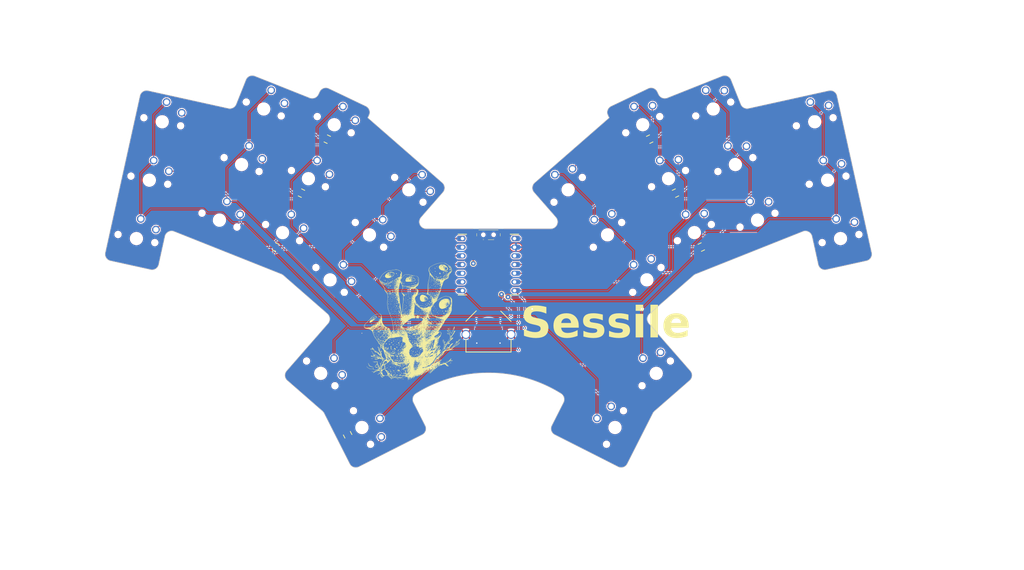
<source format=kicad_pcb>
(kicad_pcb (version 20240108) (generator "pcbnew") (generator_version "8.0")
  (title_block (title "sessile") (rev "0.1") (company "willpuckett"))
  (layers (0 "F.Cu" signal) (31 "B.Cu" signal) (34 "B.Paste" user) (35 "F.Paste" user) (36 "B.SilkS" user "B.Silkscreen") (37 "F.SilkS" user "F.Silkscreen") (38 "B.Mask" user) (39 "F.Mask" user) (44 "Edge.Cuts" user))
  (net 0 "")
  (net 1 "P0")
  (net 2 "P1")
  (net 3 "P2")
  (net 4 "P3")
  (net 5 "P4")
  (net 6 "P5")
  (net 7 "P6")
  (net 8 "VCC5")
  (net 9 "GND")
  (net 10 "VCC3")
  (net 11 "P10")
  (net 12 "P9")
  (net 13 "P8")
  (net 14 "P7")
  (net 15 "pinky_bottom")
  (net 16 "pinky_home")
  (net 17 "pinky_top")
  (net 18 "ring_bottom")
  (net 19 "NFC1")
  (net 20 "ring_home")
  (net 21 "ring_top")
  (net 22 "middle_bottom")
  (net 23 "NFC0")
  (net 24 "middle_home")
  (net 25 "middle_top")
  (net 26 "index_bottom")
  (net 27 "index_home")
  (net 28 "index_top")
  (net 29 "mirror_pinky_bottom")
  (net 30 "mirror_pinky_home")
  (net 31 "mirror_pinky_top")
  (net 32 "mirror_ring_bottom")
  (net 33 "mirror_ring_home")
  (net 34 "mirror_ring_top")
  (net 35 "mirror_middle_bottom")
  (net 36 "mirror_middle_home")
  (net 37 "mirror_middle_top")
  (net 38 "mirror_index_bottom")
  (net 39 "mirror_index_home")
  (net 40 "mirror_index_top")
  (net 41 "tucky_default")
  (net 42 "reachy_default")
  (net 43 "mirror_tucky_default")
  (net 44 "mirror_reachy_default")
  (net 45 "VBAT")
  (net 46 "RAW")
  (footprint "easyeda2kicad:mill-max-3305-0-15-01-47-XX-10-0" (layer "F.Cu") (at 198.426039 100.500293 41.131)
    (property "Reference" "J27" (hide yes))
    (property "Value" "mill-max-3305-0-15-01-47-XX-10-0")
  )
  (footprint "easyeda2kicad:mill-max-3305-0-15-01-47-XX-10-0" (layer "F.Cu") (at 254.442631 92.176577 21.711)
    (property "Reference" "J48" (hide yes))
    (property "Value" "mill-max-3305-0-15-01-47-XX-10-0")
  )
  (footprint "easyeda2kicad:SOT-353_L2.1-W1.3-P0.65-LS2.3-BL" (layer "F.Cu") (at 233.695724 105.914676 -64.449)
    (property "Reference" "D7" (hide yes))
    (property "Value" "UMP1NTR" (hide yes))
  )
  (footprint "sessile:PG1350_KLP_LAME" (layer "F.Cu") (at 224.120545 85.885797 25.551)
    (property "Reference" "S21" (hide yes))
    (property "Value" "" (hide yes))
  )
  (footprint "easyeda2kicad:mill-max-3305-0-15-01-47-XX-10-0" (layer "F.Cu") (at 102.543898 108.333751 -21.711)
    (property "Reference" "J7" (hide yes))
    (property "Value" "mill-max-3305-0-15-01-47-XX-10-0")
  )
  (footprint "easyeda2kicad:mill-max-3305-0-15-01-47-XX-10-0" (layer "F.Cu") (at 81.789317 116.575931 -12.451)
    (property "Reference" "J32" (hide yes))
    (property "Value" "mill-max-3305-0-15-01-47-XX-10-0")
  )
  (footprint "easyeda2kicad:mill-max-3305-0-15-01-47-XX-10-0" (layer "F.Cu") (at 77.359683 113.447298 -12.451)
    (property "Reference" "J4" (hide yes))
    (property "Value" "mill-max-3305-0-15-01-47-XX-10-0")
  )
  (footprint "sessile:PG1350_KLP_LAME" (layer "F.Cu") (at 216.00868 174.496412 63.131)
    (property "Reference" "S28" (hide yes))
    (property "Value" "" (hide yes))
  )
  (footprint "easyeda2kicad:SOT-353_L2.1-W1.3-P0.65-LS2.3-BL" (layer "F.Cu") (at 116.794344 121.703206 64.449)
    (property "Reference" "D3" (hide yes))
    (property "Value" "UMP1NTR" (hide yes))
  )
  (footprint "sessile:PG1350_KLP_LAME" (layer "F.Cu") (at 202.306958 104.944218 41.131)
    (property "Reference" "S24" (hide yes))
    (property "Value" "" (hide yes))
  )
  (footprint "sessile:PG1350_KLP_LAME" (layer "F.Cu") (at 113.30872 81.29806 -21.711)
    (property "Reference" "S6" (hide yes))
    (property "Value" "" (hide yes))
  )
  (footprint "easyeda2kicad:SOT-353_L2.1-W1.3-P0.65-LS2.3-BL" (layer "F.Cu") (at 241.243724 121.703206 -64.449)
    (property "Reference" "D6" (hide yes))
    (property "Value" "UMP1NTR" (hide yes))
  )
  (footprint "sessile:PG1350_KLP_LAME" (layer "F.Cu") (at 144.21991 118.125351 -41.131)
    (property "Reference" "S11" (hide yes))
    (property "Value" "" (hide yes))
  )
  (footprint "easyeda2kicad:mill-max-3305-0-15-01-47-XX-10-0" (layer "F.Cu") (at 115.491278 75.816596 -21.711)
    (property "Reference" "J9" (hide yes))
    (property "Value" "mill-max-3305-0-15-01-47-XX-10-0")
  )
  (footprint "sessile:PG1350_KLP_LAME" (layer "F.Cu") (at 142.029388 174.496412 -63.131)
    (property "Reference" "S26" (hide yes))
    (property "Value" "" (hide yes))
  )
  (footprint "easyeda2kicad:mill-max-3305-0-15-01-47-XX-10-0" (layer "F.Cu") (at 136.462278 80.562807 -25.551)
    (property "Reference" "J12" (hide yes))
    (property "Value" "mill-max-3305-0-15-01-47-XX-10-0")
  )
  (footprint "sessile:PG1350_KLP_LAME" (layer "F.Cu") (at 118.821522 117.462858 -25.551)
    (property "Reference" "S7" (hide yes))
    (property "Value" "" (hide yes))
  )
  (footprint "sessile:PG1350_KLP_LAME" (layer "F.Cu") (at 132.70871 131.306484 -41.131)
    (property "Reference" "S10" (hide yes))
    (property "Value" "" (hide yes))
  )
  (footprint "sessile:PG1350_KLP_LAME" (layer "F.Cu") (at 106.83503 97.556637 -21.711)
    (property "Reference" "S5" (hide yes))
    (property "Value" "" (hide yes))
  )
  (footprint "easyeda2kicad:SOT-353_L2.1-W1.3-P0.65-LS2.3-BL" (layer "F.Cu") (at 137.83679 176.620587 -153.131)
    (property "Reference" "D9" (hide yes))
    (property "Value" "UMP1NTR" (hide yes))
  )
  (footprint "sessile:PG1350_KLP_LAME" (layer "F.Cu") (at 76.087616 119.208535 -12.451)
    (property "Reference" "S1" (hide yes))
    (property "Value" "" (hide yes))
  )
  (footprint "easyeda2kicad:mill-max-3305-0-15-01-47-XX-10-0" (layer "F.Cu") (at 121.366276 112.139867 -25.551)
    (property "Reference" "J10" (hide yes))
    (property "Value" "mill-max-3305-0-15-01-47-XX-10-0")
  )
  (footprint "sessile:PG1350_KLP_LAME" (layer "F.Cu") (at 133.917523 85.885797 -25.551)
    (property "Reference" "S9" (hide yes))
    (property "Value" "" (hide yes))
  )
  (footprint "easyeda2kicad:CONN-TH_MY-LR44-03-J" (layer "F.Cu") (at 179.019034 146.819218 180)
    (property "Reference" "BAT1" (hide yes))
    (property "Value" "CONN-TH_MY-LR44-03-J")
  )
  (footprint "easyeda2kicad:mill-max-3305-0-15-01-47-XX-10-0" (layer "F.Cu") (at 89.335478 82.399105 -12.451)
    (property "Reference" "J34" (hide yes))
    (property "Value" "mill-max-3305-0-15-01-47-XX-10-0")
  )
  (footprint "easyeda2kicad:mill-max-3305-0-15-01-47-XX-10-0" (layer "F.Cu") (at 280.678386 113.447298 12.451)
    (property "Reference" "J16" (hide yes))
    (property "Value" "mill-max-3305-0-15-01-47-XX-10-0")
  )
  (footprint "easyeda2kicad:mill-max-3305-0-15-01-47-XX-10-0" (layer "F.Cu") (at 215.084621 111.974248 41.131)
    (property "Reference" "J54" (hide yes))
    (property "Value" "mill-max-3305-0-15-01-47-XX-10-0")
  )
  (footprint "easyeda2kicad:SOT-353_L2.1-W1.3-P0.65-LS2.3-BL" (layer "F.Cu") (at 226.147723 90.126146 -64.449)
    (property "Reference" "D8" (hide yes))
    (property "Value" "UMP1NTR" (hide yes))
  )
  (footprint "easyeda2kicad:0906-2-15-20-75-14-11-0" (layer "F.Cu") (at 174.574034 126.502218)
    (property "Reference" "J1" (hide yes))
    (property "Value" "0906-2-15-20-75-14-11-0")
  )
  (footprint "sessile:PG1350_KLP_LAME" (layer "F.Cu") (at 79.860696 102.120122 -12.451)
    (property "Reference" "S2" (hide yes))
    (property "Value" "" (hide yes))
  )
  (footprint "easyeda2kicad:mill-max-3305-0-15-01-47-XX-10-0" (layer "F.Cu") (at 214.878681 168.318783 63.131)
    (property "Reference" "J59" (hide yes))
    (property "Value" "mill-max-3305-0-15-01-47-XX-10-0")
  )
  (footprint "easyeda2kicad:mill-max-3305-0-15-01-47-XX-10-0" (layer "F.Cu") (at 221.575791 80.562807 25.551)
    (property "Reference" "J24" (hide yes))
    (property "Value" "mill-max-3305-0-15-01-47-XX-10-0")
  )
  (footprint "easyeda2kicad:mill-max-3305-0-15-01-47-XX-10-0" (layer "F.Cu") (at 133.85389 154.212891 -41.131)
    (property "Reference" "J28" (hide yes))
    (property "Value" "mill-max-3305-0-15-01-47-XX-10-0")
  )
  (footprint "xiao-ble" (layer "F.Cu") (at 179.019034 126.819218)
    (property "Reference" "MCU1" (hide yes))
    (property "Value" "" (hide yes))
  )
  (footprint "easyeda2kicad:mill-max-3305-0-15-01-47-XX-10-0" (layer "F.Cu") (at 278.467398 80.243059 12.451)
    (property "Reference" "J46" (hide yes))
    (property "Value" "mill-max-3305-0-15-01-47-XX-10-0")
  )
  (footprint "easyeda2kicad:mill-max-3305-0-15-01-47-XX-10-0" (layer "F.Cu") (at 234.54056 96.089389 25.551)
    (property "Reference" "J51" (hide yes))
    (property "Value" "mill-max-3305-0-15-01-47-XX-10-0")
  )
  (footprint "easyeda2kicad:mill-max-3305-0-15-01-47-XX-10-0" (layer "F.Cu") (at 138.974323 131.733209 -41.131)
    (property "Reference" "J41" (hide yes))
    (property "Value" "mill-max-3305-0-15-01-47-XX-10-0")
  )
  (footprint "easyeda2kicad:mill-max-3305-0-15-01-47-XX-10-0" (layer "F.Cu") (at 106.412363 112.134406 -21.711)
    (property "Reference" "J35" (hide yes))
    (property "Value" "mill-max-3305-0-15-01-47-XX-10-0")
  )
  (footprint "sessile:PG1350_KLP_LAME" (layer "F.Cu") (at 278.177372 102.120122 12.451)
    (property "Reference" "S14" (hide yes))
    (property "Value" "" (hide yes))
  )
  (footprint "easyeda2kicad:mill-max-3305-0-15-01-47-XX-10-0" (layer "F.Cu") (at 124.971525 116.191063 -25.551)
    (property "Reference" "J38" (hide yes))
    (property "Value" "mill-max-3305-0-15-01-47-XX-10-0")
  )
  (footprint "easyeda2kicad:mill-max-3305-0-15-01-47-XX-10-0" (layer "F.Cu") (at 140.067526 84.614003 -25.551)
    (property "Reference" "J40" (hide yes))
    (property "Value" "mill-max-3305-0-15-01-47-XX-10-0")
  )
  (footprint "easyeda2kicad:mill-max-3305-0-15-01-47-XX-10-0" (layer "F.Cu") (at 203.573421 98.793115 41.131)
    (property "Reference" "J55" (hide yes))
    (property "Value" "mill-max-3305-0-15-01-47-XX-10-0")
  )
  (footprint "easyeda2kicad:mill-max-3305-0-15-01-47-XX-10-0" (layer "F.Cu") (at 148.100829 113.681426 -41.131)
    (property "Reference" "J14" (hide yes))
    (property "Value" "mill-max-3305-0-15-01-47-XX-10-0")
  )
  (footprint "easyeda2kicad:SOT-353_L2.1-W1.3-P0.65-LS2.3-BL" (layer "F.Cu") (at 131.890346 90.126146 64.449)
    (property "Reference" "D5" (hide yes))
    (property "Value" "UMP1NTR" (hide yes))
  )
  (footprint "easyeda2kicad:mill-max-3305-0-15-01-47-XX-10-0" (layer "F.Cu") (at 150.485523 118.552076 -41.131)
    (property "Reference" "J42" (hide yes))
    (property "Value" "mill-max-3305-0-15-01-47-XX-10-0")
  )
  (footprint "sessile:PG1350_KLP_LAME" (layer "F.Cu") (at 281.950453 119.208535 12.451)
    (property "Reference" "S13" (hide yes))
    (property "Value" "" (hide yes))
  )
  (footprint "easyeda2kicad:mill-max-3305-0-15-01-47-XX-10-0" (layer "F.Cu") (at 282.240479 97.331472 12.451)
    (property "Reference" "J45" (hide yes))
    (property "Value" "mill-max-3305-0-15-01-47-XX-10-0")
  )
  (footprint "easyeda2kicad:mill-max-3305-0-15-01-47-XX-10-0" (layer "F.Cu") (at 276.905305 96.358885 12.451)
    (property "Reference" "J17" (hide yes))
    (property "Value" "mill-max-3305-0-15-01-47-XX-10-0")
  )
  (footprint "easyeda2kicad:mill-max-3305-0-15-01-47-XX-10-0" (layer "F.Cu") (at 159.612029 100.500293 -41.131)
    (property "Reference" "J15" (hide yes))
    (property "Value" "mill-max-3305-0-15-01-47-XX-10-0")
  )
  (footprint "easyeda2kicad:mill-max-3305-0-15-01-47-XX-10-0" (layer "F.Cu") (at 260.916321 108.435155 21.711)
    (property "Reference" "J47" (hide yes))
    (property "Value" "mill-max-3305-0-15-01-47-XX-10-0")
  )
  (footprint "easyeda2kicad:mill-max-3305-0-15-01-47-XX-10-0" (layer "F.Cu") (at 229.33156 152.505712 41.131)
    (property "Reference" "J58" (hide yes))
    (property "Value" "mill-max-3305-0-15-01-47-XX-10-0")
  )
  (footprint "sessile:PG1350_KLP_LAME" (layer "F.Cu") (at 274.404292 85.031708 12.451)
    (property "Reference" "S15" (hide yes))
    (property "Value" "" (hide yes))
  )
  (footprint "sessile:PG1350_KLP_LAME" (layer "F.Cu") (at 244.729349 81.29806 21.711)
    (property "Reference" "S18" (hide yes))
    (property "Value" "" (hide yes))
  )
  (footprint "easyeda2kicad:mill-max-3305-0-15-01-47-XX-10-0" (layer "F.Cu") (at 286.013559 114.419885 12.451)
    (property "Reference" "J44" (hide yes))
    (property "Value" "mill-max-3305-0-15-01-47-XX-10-0")
  )
  (footprint "easyeda2kicad:mill-max-3305-0-15-01-47-XX-10-0" (layer "F.Cu") (at 136.238584 159.083541 -41.131)
    (property "Reference" "J56" (hide yes))
    (property "Value" "mill-max-3305-0-15-01-47-XX-10-0")
  )
  (footprint "power_switch" (layer "F.Cu") (at 179.019034 118.119218 90)
    (property "Reference" "SW1" (hide yes))
    (property "Value" "")
  )
  (footprint "easyeda2kicad:mill-max-3305-0-15-01-47-XX-10-0" (layer "F.Cu") (at 249.02048 92.075174 21.711)
    (property "Reference" "J20" (hide yes))
    (property "Value" "mill-max-3305-0-15-01-47-XX-10-0")
  )
  (footprint "easyeda2kicad:mill-max-3305-0-15-01-47-XX-10-0" (layer "F.Cu") (at 229.123791 96.351337 25.551)
    (property "Reference" "J23" (hide yes))
    (property "Value" "mill-max-3305-0-15-01-47-XX-10-0")
  )
  (footprint "sessile:PG1350_KLP_LAME" (layer "F.Cu") (at 225.329358 131.306484 41.131)
    (property "Reference" "S22" (hide yes))
    (property "Value" "" (hide yes))
  )
  (footprint "easyeda2kicad:mill-max-3305-0-15-01-47-XX-10-0" (layer "F.Cu") (at 224.184178 154.212891 41.131)
    (property "Reference" "J30" (hide yes))
    (property "Value" "mill-max-3305-0-15-01-47-XX-10-0")
  )
  (footprint "sessile:PG1350_KLP_LAME" (layer "F.Cu") (at 251.203039 97.556637 21.711)
    (property "Reference" "S17" (hide yes))
    (property "Value" "" (hide yes))
  )
  (footprint "easyeda2kicad:mill-max-3305-0-15-01-47-XX-10-0" (layer "F.Cu") (at 255.49417 108.333751 21.711)
    (property "Reference" "J19" (hide yes))
    (property "Value" "mill-max-3305-0-15-01-47-XX-10-0")
  )
  (footprint "sessile:PG1350_KLP_LAME" (layer "F.Cu") (at 155.73111 104.944218 -41.131)
    (property "Reference" "S12" (hide yes))
    (property "Value" "" (hide yes))
  )
  (footprint "easyeda2kicad:mill-max-3305-0-15-01-47-XX-10-0" (layer "F.Cu") (at 119.359743 79.617251 -21.711)
    (property "Reference" "J37" (hide yes))
    (property "Value" "mill-max-3305-0-15-01-47-XX-10-0")
  )
  (footprint "easyeda2kicad:mill-max-3305-0-15-01-47-XX-10-0" (layer "F.Cu") (at 147.292437 171.829894 -63.131)
    (property "Reference" "J29" (hide yes))
    (property "Value" "mill-max-3305-0-15-01-47-XX-10-0")
  )
  (footprint "easyeda2kicad:mill-max-3305-0-15-01-47-XX-10-0" (layer "F.Cu") (at 242.088561 111.877919 25.551)
    (property "Reference" "J50" (hide yes))
    (property "Value" "mill-max-3305-0-15-01-47-XX-10-0")
  )
  (footprint "easyeda2kicad:mill-max-3305-0-15-01-47-XX-10-0" (layer "F.Cu") (at 236.671792 112.139867 25.551)
    (property "Reference" "J22" (hide yes))
    (property "Value" "mill-max-3305-0-15-01-47-XX-10-0")
  )
  (footprint "easyeda2kicad:mill-max-3305-0-15-01-47-XX-10-0" (layer "F.Cu") (at 147.678909 177.239205 -63.131)
    (property "Reference" "J57" (hide yes))
    (property "Value" "mill-max-3305-0-15-01-47-XX-10-0")
  )
  (footprint "LOGO" (layer "F.Cu") (at 156.4 142.6)
    (property "Reference" "G***")
    (property "Value" "LOGO" (hide yes))
  )
  (footprint "easyeda2kicad:mill-max-3305-0-15-01-47-XX-10-0" (layer "F.Cu") (at 209.937239 113.681426 41.131)
    (property "Reference" "J26" (hide yes))
    (property "Value" "mill-max-3305-0-15-01-47-XX-10-0")
  )
  (footprint "sessile:PG1350_KLP_LAME" (layer "F.Cu") (at 257.676728 113.815214 21.711)
    (property "Reference" "S16" (hide yes))
    (property "Value" "" (hide yes))
  )
  (footprint "easyeda2kicad:mill-max-3305-0-15-01-47-XX-10-0" (layer "F.Cu") (at 273.132225 79.270472 12.451)
    (property "Reference" "J18" (hide yes))
    (property "Value" "mill-max-3305-0-15-01-47-XX-10-0")
  )
  (footprint "easyeda2kicad:mill-max-3305-0-15-01-47-XX-10-0" (layer "F.Cu") (at 109.017588 92.075174 -21.711)
    (property "Reference" "J8" (hide yes))
    (property "Value" "mill-max-3305-0-15-01-47-XX-10-0")
  )
  (footprint "easyeda2kicad:mill-max-3305-0-15-01-47-XX-10-0" (layer "F.Cu") (at 136.589629 126.862559 -41.131)
    (property "Reference" "J13" (hide yes))
    (property "Value" "mill-max-3305-0-15-01-47-XX-10-0")
  )
  (footprint "sessile:PG1350_KLP_LAME" (layer "F.Cu") (at 100.36134 113.815214 -21.711)
    (property "Reference" "S4" (hide yes))
    (property "Value" "" (hide yes))
  )
  (footprint "sessile:PG1350_KLP_LAME" (layer "F.Cu") (at 239.216547 117.462858 25.551)
    (property "Reference" "S19" (hide yes))
    (property "Value" "" (hide yes))
  )
  (footprint "easyeda2kicad:mill-max-3305-0-15-01-47-XX-10-0" (layer "F.Cu") (at 84.905844 79.270472 -12.451)
    (property "Reference" "J6" (hide yes))
    (property "Value" "mill-max-3305-0-15-01-47-XX-10-0")
  )
  (footprint "easyeda2kicad:mill-max-3305-0-15-01-47-XX-10-0" (layer "F.Cu") (at 85.562397 99.487518 -12.451)
    (property "Reference" "J33" (hide yes))
    (property "Value" "mill-max-3305-0-15-01-47-XX-10-0")
  )
  (footprint "easyeda2kicad:mill-max-3305-0-15-01-47-XX-10-0" (layer "F.Cu") (at 112.886053 95.875829 -21.711)
    (property "Reference" "J36" (hide yes))
    (property "Value" "mill-max-3305-0-15-01-47-XX-10-0")
  )
  (footprint "easyeda2kicad:mill-max-3305-0-15-01-47-XX-10-0" (layer "F.Cu") (at 132.519525 100.402533 -25.551)
    (property "Reference" "J39" (hide yes))
    (property "Value" "mill-max-3305-0-15-01-47-XX-10-0")
  )
  (footprint "easyeda2kicad:mill-max-3305-0-15-01-47-XX-10-0" (layer "F.Cu") (at 128.914277 96.351337 -25.551)
    (property "Reference" "J11" (hide yes))
    (property "Value" "mill-max-3305-0-15-01-47-XX-10-0")
  )
  (footprint "easyeda2kicad:mill-max-3305-0-15-01-47-XX-10-0" (layer "F.Cu") (at 226.595821 125.155381 41.131)
    (property "Reference" "J53" (hide yes))
    (property "Value" "mill-max-3305-0-15-01-47-XX-10-0")
  )
  (footprint "sessile:PG1350_KLP_LAME" (layer "F.Cu") (at 213.818158 118.125351 41.131)
    (property "Reference" "S23" (hide yes))
    (property "Value" "" (hide yes))
  )
  (footprint "easyeda2kicad:mill-max-3305-0-15-01-47-XX-10-0" (layer "F.Cu") (at 226.992559 80.300859 25.551)
    (property "Reference" "J52" (hide yes))
    (property "Value" "mill-max-3305-0-15-01-47-XX-10-0")
  )
  (footprint "sessile:PG1350_KLP_LAME" (layer "F.Cu") (at 228.065097 158.656816 41.131)
    (property "Reference" "S27" (hide yes))
    (property "Value" "" (hide yes))
  )
  (footprint "easyeda2kicad:HDR-TH_7P-P2.54-V-F_MF254V-11-07-0743" (layer "F.Cu") (at 186.639034 126.819218 -90)
    (property "Reference" "J61" (hide yes))
    (property "Value" "HDR-TH_7P-P2.54-V-F_MF254V-11-07-0743")
  )
  (footprint "easyeda2kicad:mill-max-3305-0-15-01-47-XX-10-0" (layer "F.Cu") (at 210.745632 171.829894 63.131)
    (property "Reference" "J31" (hide yes))
    (property "Value" "mill-max-3305-0-15-01-47-XX-10-0")
  )
  (footprint "easyeda2kicad:mill-max-3305-0-15-01-47-XX-10-0" (layer "F.Cu") (at 81.132763 96.358885 -12.451)
    (property "Reference" "J5" (hide yes))
    (property "Value" "mill-max-3305-0-15-01-47-XX-10-0")
  )
  (footprint "sessile:PG1350_KLP_LAME" (layer "F.Cu") (at 231.668546 101.674328 25.551)
    (property "Reference" "S20" (hide yes))
    (property "Value" "" (hide yes))
  )
  (footprint "easyeda2kicad:0906-2-15-20-75-14-11-0" (layer "F.Cu") (at 184.734034 136.319218)
    (property "Reference" "J3" (hide yes))
    (property "Value" "0906-2-15-20-75-14-11-0")
  )
  (footprint "easyeda2kicad:mill-max-3305-0-15-01-47-XX-10-0" (layer "F.Cu") (at 247.968941 75.918 21.711)
    (property "Reference" "J49" (hide yes))
    (property "Value" "mill-max-3305-0-15-01-47-XX-10-0")
  )
  (footprint "easyeda2kicad:SOT-353_L2.1-W1.3-P0.65-LS2.3-BL" (layer "F.Cu") (at 124.342345 105.914676 64.449)
    (property "Reference" "D4" (hide yes))
    (property "Value" "UMP1NTR" (hide yes))
  )
  (footprint "easyeda2kicad:HDR-TH_7P-P2.54-V-F_MF254V-11-07-0743" (layer "F.Cu") (at 171.399034 126.819218 -90)
    (property "Reference" "J60" (hide yes))
    (property "Value" "HDR-TH_7P-P2.54-V-F_MF254V-11-07-0743")
  )
  (footprint "easyeda2kicad:mill-max-3305-0-15-01-47-XX-10-0" (layer "F.Cu") (at 221.448439 126.862559 41.131)
    (property "Reference" "J25" (hide yes))
    (property "Value" "mill-max-3305-0-15-01-47-XX-10-0")
  )
  (footprint "sessile:PG1350_KLP_LAME" (layer "F.Cu") (at 83.633777 85.031708 -12.451)
    (property "Reference" "S3" (hide yes))
    (property "Value" "" (hide yes))
  )
  (footprint "sessile:PG1350_KLP_LAME" (layer "F.Cu") (at 126.369522 101.674328 -25.551)
    (property "Reference" "S8" (hide yes))
    (property "Value" "" (hide yes))
  )
  (footprint "easyeda2kicad:mill-max-3305-0-15-01-47-XX-10-0" (layer "F.Cu") (at 161.996723 105.370943 -41.131)
    (property "Reference" "J43" (hide yes))
    (property "Value" "mill-max-3305-0-15-01-47-XX-10-0")
  )
  (footprint "easyeda2kicad:mill-max-3305-0-15-01-47-XX-10-0" (layer "F.Cu") (at 242.54679 75.816596 21.711)
    (property "Reference" "J21" (hide yes))
    (property "Value" "mill-max-3305-0-15-01-47-XX-10-0")
  )
  (footprint "easyeda2kicad:0906-2-15-20-75-14-11-0" (layer "F.Cu") (at 182.829034 135.519218)
    (property "Reference" "J2" (hide yes))
    (property "Value" "0906-2-15-20-75-14-11-0")
  )
  (footprint "sessile:PG1350_KLP_LAME" (layer "F.Cu") (at 129.972971 158.656816 -41.131)
    (property "Reference" "S25" (hide yes))
    (property "Value" "" (hide yes))
  )
  (gr_line (start 192.3346 105.687235) (end 198.724092 113.003652) (stroke (width 0.15)) (layer "Edge.Cuts"))
  (gr_line (start 82.605834 126.792256) (end 84.419603 118.577633) (stroke (width 0.15)) (layer "Edge.Cuts"))
  (gr_line (start 119.029697 129.981722) (end 131.912968 141.232797) (stroke (width 0.15)) (layer "Edge.Cuts"))
  (gr_line (start 280.92251 77.447987) (end 291.055926 123.342582) (stroke (width 0.15)) (layer "Edge.Cuts"))
  (gr_line (start 141.128863 185.99474) (end 159.638739 176.616733) (stroke (width 0.15)) (layer "Edge.Cuts"))
  (gr_arc (start 192.3346 105.687235) (mid 191.845573 104.236718) (end 192.525449 102.865254) (stroke (width 0.15)) (layer "Edge.Cuts"))
  (gr_line (start 87.112415 117.150719) (end 118.453981 129.630014) (stroke (width 0.15)) (layer "Edge.Cuts"))
  (gr_line (start 197.519149 173.928745) (end 200.940913 167.175027) (stroke (width 0.15)) (layer "Edge.Cuts"))
  (gr_line (start 143.755978 83.860403) (end 165.512619 102.865254) (stroke (width 0.15)) (layer "Edge.Cuts"))
  (gr_line (start 255.070748 81.107822) (end 278.53834 75.926235) (stroke (width 0.15)) (layer "Edge.Cuts"))
  (gr_line (start 142.019034 146.869968) (end 142.019034 146.938524) (stroke (width 0.15)) (layer "Edge.Cuts"))
  (gr_line (start 132.332227 75.290871) (end 143.158648 80.466643) (stroke (width 0.15)) (layer "Edge.Cuts"))
  (gr_line (start 219.597194 185.11456) (end 227.092398 170.320874) (stroke (width 0.15)) (layer "Edge.Cuts"))
  (gr_line (start 130.945671 170.320874) (end 138.440875 185.11456) (stroke (width 0.15)) (layer "Edge.Cuts"))
  (gr_line (start 79.499729 75.926235) (end 102.96732 81.107822) (stroke (width 0.15)) (layer "Edge.Cuts"))
  (gr_line (start 105.256653 79.894711) (end 108.095778 72.764289) (stroke (width 0.15)) (layer "Edge.Cuts"))
  (gr_line (start 216.019034 146.938524) (end 216.019034 146.869968) (stroke (width 0.15)) (layer "Edge.Cuts"))
  (gr_arc (start 247.344317 71.646015) (mid 248.874906 71.667094) (end 249.942291 72.764289) (stroke (width 0.15)) (layer "Edge.Cuts"))
  (gr_arc (start 200.216712 164.575055) (mid 201.083484 165.734469) (end 200.940913 167.175027) (stroke (width 0.15)) (layer "Edge.Cuts"))
  (gr_arc (start 165.512619 102.865253) (mid 166.192496 104.236718) (end 165.703469 105.687235) (stroke (width 0.15)) (layer "Edge.Cuts"))
  (gr_arc (start 239.008372 129.981722) (mid 239.281293 129.781418) (end 239.584087 129.630014) (stroke (width 0.15)) (layer "Edge.Cuts"))
  (gr_arc (start 130.477152 169.718363) (mid 130.740419 169.997062) (end 130.945671 170.320874) (stroke (width 0.15)) (layer "Edge.Cuts"))
  (gr_arc (start 227.092397 170.320874) (mid 227.297649 169.997062) (end 227.560916 169.718363) (stroke (width 0.15)) (layer "Edge.Cuts"))
  (gr_arc (start 105.256652 79.894711) (mid 104.334975 80.922082) (end 102.96732 81.107822) (stroke (width 0.15)) (layer "Edge.Cuts"))
  (gr_line (start 197.217676 116.319218) (end 160.820392 116.319218) (stroke (width 0.15)) (layer "Edge.Cuts"))
  (gr_line (start 192.525449 102.865254) (end 214.282981 83.867023) (stroke (width 0.15)) (layer "Edge.Cuts"))
  (gr_line (start 213.937645 83.133675) (end 214.282981 83.867023) (stroke (width 0.15)) (layer "Edge.Cuts"))
  (gr_line (start 198.39933 176.616733) (end 216.909205 185.99474) (stroke (width 0.15)) (layer "Edge.Cuts"))
  (gr_arc (start 120.191462 160.735779) (mid 119.511586 159.364315) (end 120.000613 157.913798) (stroke (width 0.15)) (layer "Edge.Cuts"))
  (gr_line (start 225.934251 144.054778) (end 238.037455 157.913798) (stroke (width 0.15)) (layer "Edge.Cuts"))
  (gr_line (start 66.982142 123.342582) (end 77.115558 77.447987) (stroke (width 0.15)) (layer "Edge.Cuts"))
  (gr_line (start 143.755978 83.860403) (end 144.100423 83.133675) (stroke (width 0.15)) (layer "Edge.Cuts"))
  (gr_line (start 120.191462 160.735779) (end 130.477152 169.718363) (stroke (width 0.15)) (layer "Edge.Cuts"))
  (gr_line (start 157.097156 167.175027) (end 160.518919 173.928745) (stroke (width 0.15)) (layer "Edge.Cuts"))
  (gr_arc (start 157.821356 164.575055) (mid 179.019034 158.496412) (end 200.216712 164.575055) (stroke (width 0.15)) (layer "Edge.Cuts"))
  (gr_line (start 227.560916 169.718363) (end 237.846606 160.735779) (stroke (width 0.15)) (layer "Edge.Cuts"))
  (gr_line (start 231.30216 78.033534) (end 247.344317 71.646016) (stroke (width 0.15)) (layer "Edge.Cuts"))
  (gr_line (start 120.000613 157.913798) (end 132.103818 144.054778) (stroke (width 0.15)) (layer "Edge.Cuts"))
  (gr_arc (start 160.820392 116.319218) (mid 158.999522 115.146523) (end 159.313977 113.003652) (stroke (width 0.15)) (layer "Edge.Cuts"))
  (gr_arc (start 270.925653 117.15072) (mid 272.601949 117.241622) (end 273.618465 118.577633) (stroke (width 0.15)) (layer "Edge.Cuts"))
  (gr_line (start 214.87942 80.466643) (end 225.705841 75.290871) (stroke (width 0.15)) (layer "Edge.Cuts"))
  (gr_line (start 68.503894 125.726753) (end 80.221663 128.314008) (stroke (width 0.15)) (layer "Edge.Cuts"))
  (gr_line (start 273.618465 118.577633) (end 275.432234 126.792256) (stroke (width 0.15)) (layer "Edge.Cuts"))
  (gr_line (start 277.816405 128.314008) (end 289.534174 125.726753) (stroke (width 0.15)) (layer "Edge.Cuts"))
  (gr_arc (start 160.518919 173.928745) (mid 160.63553 175.45503) (end 159.638739 176.616733) (stroke (width 0.15)) (layer "Edge.Cuts"))
  (gr_line (start 141.985068 146.908861) (end 142.019034 146.938524) (stroke (width 0.15)) (layer "Edge.Cuts"))
  (gr_arc (start 198.39933 176.616734) (mid 197.402539 175.455031) (end 197.519149 173.928745) (stroke (width 0.15)) (layer "Edge.Cuts"))
  (gr_arc (start 198.724091 113.003652) (mid 199.038546 115.146523) (end 197.217676 116.319218) (stroke (width 0.15)) (layer "Edge.Cuts"))
  (gr_line (start 228.372873 76.232646) (end 228.757906 77.038039) (stroke (width 0.15)) (layer "Edge.Cuts"))
  (gr_line (start 216.053 146.908861) (end 216.019034 146.869968) (stroke (width 0.15)) (layer "Edge.Cuts"))
  (gr_arc (start 68.503893 125.726753) (mid 67.24924 124.849832) (end 66.982142 123.342582) (stroke (width 0.15)) (layer "Edge.Cuts"))
  (gr_arc (start 131.912968 141.232798) (mid 132.592844 142.604262) (end 132.103818 144.054778) (stroke (width 0.15)) (layer "Edge.Cuts"))
  (gr_arc (start 143.158648 80.466644) (mid 144.181896 81.605112) (end 144.100423 83.133675) (stroke (width 0.15)) (layer "Edge.Cuts"))
  (gr_line (start 216.019034 146.938524) (end 216.053 146.908861) (stroke (width 0.15)) (layer "Edge.Cuts"))
  (gr_line (start 142.019034 146.869968) (end 141.985068 146.908861) (stroke (width 0.15)) (layer "Edge.Cuts"))
  (gr_line (start 239.584087 129.630014) (end 270.925654 117.150719) (stroke (width 0.15)) (layer "Edge.Cuts"))
  (gr_arc (start 129.665195 76.232647) (mid 130.803663 75.209399) (end 132.332227 75.290871) (stroke (width 0.15)) (layer "Edge.Cuts"))
  (gr_arc (start 219.597193 185.11456) (mid 218.43549 186.111351) (end 216.909205 185.99474) (stroke (width 0.15)) (layer "Edge.Cuts"))
  (gr_arc (start 157.097155 167.175027) (mid 156.954584 165.734469) (end 157.821356 164.575055) (stroke (width 0.15)) (layer "Edge.Cuts"))
  (gr_arc (start 129.280162 77.038039) (mid 128.204505 78.037916) (end 126.735909 78.033534) (stroke (width 0.15)) (layer "Edge.Cuts"))
  (gr_arc (start 277.816405 128.314009) (mid 276.309154 128.04691) (end 275.432234 126.792256) (stroke (width 0.15)) (layer "Edge.Cuts"))
  (gr_arc (start 141.128863 185.99474) (mid 139.602578 186.111351) (end 138.440875 185.11456) (stroke (width 0.15)) (layer "Edge.Cuts"))
  (gr_arc (start 255.070748 81.107822) (mid 253.703093 80.922081) (end 252.781416 79.894711) (stroke (width 0.15)) (layer "Edge.Cuts"))
  (gr_arc (start 238.037455 157.913798) (mid 238.526482 159.364315) (end 237.846606 160.735779) (stroke (width 0.15)) (layer "Edge.Cuts"))
  (gr_arc (start 278.53834 75.926235) (mid 280.04559 76.193333) (end 280.92251 77.447987) (stroke (width 0.15)) (layer "Edge.Cuts"))
  (gr_arc (start 108.095778 72.764289) (mid 109.163163 71.667095) (end 110.693751 71.646016) (stroke (width 0.15)) (layer "Edge.Cuts"))
  (gr_line (start 226.1251 141.232797) (end 239.008372 129.981722) (stroke (width 0.15)) (layer "Edge.Cuts"))
  (gr_arc (start 225.705841 75.290872) (mid 227.234405 75.209399) (end 228.372873 76.232646) (stroke (width 0.15)) (layer "Edge.Cuts"))
  (gr_line (start 110.693751 71.646016) (end 126.735909 78.033534) (stroke (width 0.15)) (layer "Edge.Cuts"))
  (gr_arc (start 231.30216 78.033535) (mid 229.833563 78.037918) (end 228.757906 77.038039) (stroke (width 0.15)) (layer "Edge.Cuts"))
  (gr_arc (start 291.055926 123.342583) (mid 290.788828 124.849833) (end 289.534174 125.726753) (stroke (width 0.15)) (layer "Edge.Cuts"))
  (gr_line (start 129.280162 77.038039) (end 129.665195 76.232646) (stroke (width 0.15)) (layer "Edge.Cuts"))
  (gr_arc (start 82.605834 126.792257) (mid 81.728913 128.04691) (end 80.221663 128.314008) (stroke (width 0.15)) (layer "Edge.Cuts"))
  (gr_arc (start 118.453981 129.630014) (mid 118.756776 129.781418) (end 119.029697 129.981722) (stroke (width 0.15)) (layer "Edge.Cuts"))
  (gr_arc (start 84.419602 118.577633) (mid 85.436118 117.241621) (end 87.112415 117.150719) (stroke (width 0.15)) (layer "Edge.Cuts"))
  (gr_arc (start 77.115559 77.447987) (mid 77.992479 76.193333) (end 79.499729 75.926235) (stroke (width 0.15)) (layer "Edge.Cuts"))
  (gr_line (start 159.313977 113.003652) (end 165.703468 105.687235) (stroke (width 0.15)) (layer "Edge.Cuts"))
  (gr_line (start 249.94229 72.764289) (end 252.781416 79.894711) (stroke (width 0.15)) (layer "Edge.Cuts"))
  (gr_arc (start 213.937645 83.133676) (mid 213.856172 81.605112) (end 214.87942 80.466643) (stroke (width 0.15)) (layer "Edge.Cuts"))
  (gr_arc (start 225.93425 144.054779) (mid 225.445223 142.604262) (end 226.1251 141.232797) (stroke (width 0.15)) (layer "Edge.Cuts"))
  (gr_text "Sessile" (at 188.4 144.4 0) (layer "F.SilkS") (effects (font (size 9 9) (thickness 0.3) (bold yes) (italic yes)) (justify left)))
  (segment (start 170.974034 119.199218) (end 161.552831 119.199218) (width 0.25) (layer "F.Cu") (net 1))
  (segment (start 132.97577 90.622157) (end 132.927878 90.622157) (width 0.25) (layer "F.Cu") (net 1))
  (segment (start 161.552831 119.199218) (end 132.97577 90.622157) (width 0.25) (layer "F.Cu") (net 1))
  (segment (start 139.534339 120.517257) (end 125.427769 106.410687) (width 0.25) (layer "F.Cu") (net 2))
  (segment (start 170.634816 121.4) (end 149.753079 121.4) (width 0.25) (layer "F.Cu") (net 2))
  (segment (start 170.974034 121.739218) (end 170.634816 121.4) (width 0.25) (layer "F.Cu") (net 2))
  (segment (start 148.870336 120.517257) (end 139.534339 120.517257) (width 0.25) (layer "F.Cu") (net 2))
  (segment (start 125.389313 106.410687) (end 125.4 106.4) (width 0.25) (layer "F.Cu") (net 2))
  (segment (start 149.753079 121.4) (end 148.870336 120.517257) (width 0.25) (layer "F.Cu") (net 2))
  (segment (start 125.379877 106.410687) (end 125.389313 106.410687) (width 0.25) (layer "F.Cu") (net 2))
  (segment (start 125.427769 106.410687) (end 125.379877 106.410687) (width 0.25) (layer "F.Cu") (net 2))
  (segment (start 171.399034 124.279218) (end 152.720782 124.279218) (width 0.25) (layer "F.Cu") (net 3))
  (segment (start 152.720782 124.279218) (end 140.84981 136.15019) (width 0.25) (layer "F.Cu") (net 3))
  (segment (start 140.84981 136.15019) (end 134.35019 136.15019) (width 0.25) (layer "F.Cu") (net 3))
  (segment (start 120.490752 122.290752) (end 117.875518 122.290752) (width 0.25) (layer "F.Cu") (net 3))
  (segment (start 134.35019 136.15019) (end 120.490752 122.290752) (width 0.25) (layer "F.Cu") (net 3))
  (segment (start 155.813604 134.024832) (end 163.019218 126.819218) (width 0.25) (layer "F.Cu") (net 4))
  (segment (start 155.813604 155.586396) (end 155.813604 134.024832) (width 0.25) (layer "F.Cu") (net 4))
  (segment (start 137.317045 175.594738) (end 137.317045 175.517045) (width 0.25) (layer "F.Cu") (net 4))
  (segment (start 136.9 175.1) (end 136.9 174.5) (width 0.25) (layer "F.Cu") (net 4))
  (segment (start 137.317045 175.517045) (end 136.9 175.1) (width 0.25) (layer "F.Cu") (net 4))
  (segment (start 136.9 174.5) (end 155.813604 155.586396) (width 0.25) (layer "F.Cu") (net 4))
  (segment (start 163.019218 126.819218) (end 171.399034 126.819218) (width 0.25) (layer "F.Cu") (net 4))
  (segment (start 191.8 139.8) (end 223.8 139.8) (width 0.25) (layer "F.Cu") (net 7))
  (via (at 191.8 139.8) (size 0.8) (drill 0.5) (layers "F.Cu" "B.Cu") (net 7))
  (via (at 223.8 139.8) (size 0.8) (drill 0.5) (layers "F.Cu" "B.Cu") (net 7))
  (segment (start 276.905305 83.043552) (end 276.905305 96.358885) (width 0.25) (layer "B.Cu") (net 7))
  (segment (start 280.678386 113.447299) (end 280.678386 113.447298) (width 0.25) (layer "B.Cu") (net 7))
  (segment (start 148.100829 109.6195) (end 148.100829 113.681426) (width 0.25) (layer "B.Cu") (net 7))
  (segment (start 238.6 125) (end 223.8 139.8) (width 0.25) (layer "B.Cu") (net 7))
  (segment (start 273.132225 79.270472) (end 276.905305 83.043552) (width 0.25) (layer "B.Cu") (net 7))
  (segment (start 261.046941 113.4) (end 257.371239 117.075702) (width 0.25) (layer "B.Cu") (net 7))
  (segment (start 176.8 139.8) (end 191.8 139.8) (width 0.25) (layer "B.Cu") (net 7))
  (segment (start 280.631087 113.4) (end 261.046941 113.4) (width 0.25) (layer "B.Cu") (net 7))
  (segment (start 242.924298 117.075702) (end 238.6 121.4) (width 0.25) (layer "B.Cu") (net 7))
  (segment (start 141.862559 126.862559) (end 149.439218 134.439218) (width 0.25) (layer "B.Cu") (net 7))
  (segment (start 159.612029 100.500293) (end 157.220036 100.500293) (width 0.25) (layer "B.Cu") (net 7))
  (segment (start 280.678386 100.131967) (end 280.678386 113.447298) (width 0.25) (layer "B.Cu") (net 7))
  (segment (start 148.100829 113.681426) (end 145.708836 113.681426) (width 0.25) (layer "B.Cu") (net 7))
  (segment (start 136.589629 122.800633) (end 136.589629 126.862559) (width 0.25) (layer "B.Cu") (net 7))
  (segment (start 276.905305 96.358886) (end 280.678386 100.131967) (width 0.25) (layer "B.Cu") (net 7))
  (segment (start 257.371239 117.075702) (end 242.924298 117.075702) (width 0.25) (layer "B.Cu") (net 7))
  (segment (start 176.759816 139.8) (end 176.8 139.8) (width 0.25) (layer "B.Cu") (net 7))
  (segment (start 157.220036 100.500293) (end 148.100829 109.6195) (width 0.25) (layer "B.Cu") (net 7))
  (segment (start 171.399034 134.439218) (end 176.759816 139.8) (width 0.25) (layer "B.Cu") (net 7))
  (segment (start 149.439218 134.439218) (end 171.399034 134.439218) (width 0.25) (layer "B.Cu") (net 7))
  (segment (start 136.589629 126.862559) (end 141.862559 126.862559) (width 0.25) (layer "B.Cu") (net 7))
  (segment (start 280.678386 113.447299) (end 280.631087 113.4) (width 0.25) (layer "B.Cu") (net 7))
  (segment (start 238.6 121.4) (end 238.6 125) (width 0.25) (layer "B.Cu") (net 7))
  (segment (start 145.708836 113.681426) (end 136.589629 122.800633) (width 0.25) (layer "B.Cu") (net 7))
  (segment (start 223.8 153.828713) (end 224.184178 154.212891) (width 0.25) (layer "B.Cu") (net 7))
  (segment (start 223.8 139.8) (end 223.8 153.828713) (width 0.25) (layer "B.Cu") (net 7))
  (segment (start 179.019034 146.419034) (end 182.4 149.8) (width 0.5) (layer "F.Cu") (net 9))
  (segment (start 182.499126 142.899126) (end 179.019034 146.379218) (width 0.5) (layer "F.Cu") (net 9))
  (segment (start 175.6 149.8) (end 179.019034 146.380966) (width 0.5) (layer "F.Cu") (net 9))
  (segment (start 178.979218 146.379218) (end 179.019034 146.379218) (width 0.25) (layer "F.Cu") (net 9))
  (segment (start 179.019034 146.379218) (end 179.019034 146.419034) (width 0.25) (layer "F.Cu") (net 9))
  (segment (start 179.019034 146.380966) (end 179.019034 146.379218) (width 0.25) (layer "F.Cu") (net 9))
  (segment (start 175.5 142.9) (end 178.979218 146.379218) (width 0.5) (layer "F.Cu") (net 9))
  (via (at 182.499126 142.899126) (size 0.8) (drill 0.4) (layers "F.Cu" "B.Cu") (net 9))
  (via (at 175.5 142.9) (size 0.8) (drill 0.4) (layers "F.Cu" "B.Cu") (net 9))
  (via (at 175.6 149.8) (size 0.8) (drill 0.4) (layers "F.Cu" "B.Cu") (net 9))
  (via (at 182.4 149.8) (size 0.8) (drill 0.4) (layers "F.Cu" "B.Cu") (net 9))
  (segment (start 186.639034 126.819218) (end 192.780782 126.819218) (width 0.25) (layer "F.Cu") (net 11))
  (segment (start 221.886308 90.713692) (end 225.066549 90.713692) (width 0.25) (layer "F.Cu") (net 11))
  (segment (start 192.780782 126.819218) (end 220.6 99) (width 0.25) (layer "F.Cu") (net 11))
  (segment (start 220.6 92) (end 221.886308 90.713692) (width 0.25) (layer "F.Cu") (net 11))
  (segment (start 220.6 99) (end 220.6 92) (width 0.25) (layer "F.Cu") (net 11))
  (segment (start 209.440782 129.359218) (end 186.639034 129.359218) (width 0.25) (layer "F.Cu") (net 12))
  (segment (start 232.389313 106.410687) (end 209.440782 129.359218) (width 0.25) (layer "F.Cu") (net 12))
  (segment (start 232.658192 106.410687) (end 232.389313 106.410687) (width 0.25) (layer "F.Cu") (net 12))
  (segment (start 240.000783 122.199217) (end 232.983016 129.216984) (width 0.25) (layer "F.Cu") (net 13))
  (segment (start 232.983016 129.216984) (end 224.183016 129.216984) (width 0.25) (layer "F.Cu") (net 13))
  (segment (start 240.206192 122.199217) (end 240.000783 122.199217) (width 0.25) (layer "F.Cu") (net 13))
  (segment (start 221.500782 131.899218) (end 186.639034 131.899218) (width 0.25) (layer "F.Cu") (net 13))
  (segment (start 224.183016 129.216984) (end 221.500782 131.899218) (width 0.25) (layer "F.Cu") (net 13))
  (segment (start 189.6 137.400184) (end 186.639034 134.439218) (width 0.25) (layer "F.Cu") (net 14))
  (segment (start 189.6 145.4) (end 189.6 137.400184) (width 0.25) (layer "F.Cu") (net 14))
  (via (at 189.6 145.4) (size 0.8) (drill 0.4) (layers "F.Cu" "B.Cu") (net 14))
  (segment (start 84.905844 79.270472) (end 81.132763 83.043553) (width 0.25) (layer "B.Cu") (net 14))
  (segment (start 133.85389 148.94611) (end 138 144.8) (width 0.25) (layer "B.Cu") (net 14))
  (segment (start 96.930273 111.725714) (end 101.325714 111.725714) (width 0.25) (layer "B.Cu") (net 14))
  (segment (start 200.818032 100.500293) (end 209.937239 109.6195) (width 0.25) (layer "B.Cu") (net 14))
  (segment (start 198.426039 100.500293) (end 200.818032 100.500293) (width 0.25) (layer "B.Cu") (net 14))
  (segment (start 81.132763 83.043553) (end 81.132763 96.358886) (width 0.25) (layer "B.Cu") (net 14))
  (segment (start 221.448439 122.800633) (end 221.448439 126.862559) (width 0.25) (layer "B.Cu") (net 14))
  (segment (start 221.448439 126.862559) (end 213.87178 134.439218) (width 0.25) (layer "B.Cu") (net 14))
  (segment (start 189.6 145.4) (end 138.6 145.4) (width 0.25) (layer "B.Cu") (net 14))
  (segment (start 213.87178 134.439218) (end 186.639034 134.439218) (width 0.25) (layer "B.Cu") (net 14))
  (segment (start 138.6 145.4) (end 138 144.8) (width 0.25) (layer "B.Cu") (net 14))
  (segment (start 104.2 114.6) (end 107.8 114.6) (width 0.25) (layer "B.Cu") (net 14))
  (segment (start 77.359683 113.447298) (end 80.252255 110.554726) (width 0.25) (layer "B.Cu") (net 14))
  (segment (start 101.325714 111.725714) (end 104.2 114.6) (width 0.25) (layer "B.Cu") (net 14))
  (segment (start 81.132763 96.358886) (end 77.359683 100.131966) (width 0.25) (layer "B.Cu") (net 14))
  (segment (start 107.8 114.6) (end 138 144.8) (width 0.25) (layer "B.Cu") (net 14))
  (segment (start 95.759285 110.554726) (end 96.930273 111.725714) (width 0.25) (layer "B.Cu") (net 14))
  (segment (start 209.937239 109.6195) (end 209.937239 113.681426) (width 0.25) (layer "B.Cu") (net 14))
  (segment (start 77.359683 100.131966) (end 77.359683 113.447299) (width 0.25) (layer "B.Cu") (net 14))
  (segment (start 80.252255 110.554726) (end 95.759285 110.554726) (width 0.25) (layer "B.Cu") (net 14))
  (segment (start 134.4 153.666781) (end 133.85389 154.212891) (width 0.25) (layer "B.Cu") (net 14))
  (segment (start 209.937239 113.681426) (end 212.329232 113.681426) (width 0.25) (layer "B.Cu") (net 14))
  (segment (start 212.329232 113.681426) (end 221.448439 122.800633) (width 0.25) (layer "B.Cu") (net 14))
  (segment (start 133.85389 154.212891) (end 133.85389 148.94611) (width 0.25) (layer "B.Cu") (net 14))
  (segment (start 102.104714 115.904714) (end 99.495841 115.904714) (width 0.25) (layer "F.Cu") (net 15))
  (segment (start 116.937171 123.4) (end 109.6 123.4) (width 0.25) (layer "F.Cu") (net 15))
  (segment (start 99.495841 115.904714) (end 97.391127 113.8) (width 0.25) (layer "F.Cu") (net 15))
  (segment (start 117.551522 122.785649) (end 116.937171 123.4) (width 0.25) (layer "F.Cu") (net 15))
  (segment (start 109.6 123.4) (end 102.104714 115.904714) (width 0.25) (layer "F.Cu") (net 15))
  (segment (start 84.565248 113.8) (end 81.789317 116.575931) (width 0.25) (layer "F.Cu") (net 15))
  (segment (start 97.391127 113.8) (end 84.565248 113.8) (width 0.25) (layer "F.Cu") (net 15))
  (segment (start 125.099523 106.997119) (end 124.496642 107.6) (width 0.25) (layer "F.Cu") (net 16))
  (segment (start 103.869242 107.6) (end 95.75676 99.487518) (width 0.25) (layer "F.Cu") (net 16))
  (segment (start 124.496642 107.6) (end 103.869242 107.6) (width 0.25) (layer "F.Cu") (net 16))
  (segment (start 95.75676 99.487518) (end 85.562397 99.487518) (width 0.25) (layer "F.Cu") (net 16))
  (segment (start 132.056113 91.8) (end 110.801509 91.8) (width 0.25) (layer "F.Cu") (net 17))
  (segment (start 110.801509 91.8) (end 109.601509 90.6) (width 0.25) (layer "F.Cu") (net 17))
  (segment (start 132.647524 91.208589) (end 132.056113 91.8) (width 0.25) (layer "F.Cu") (net 17))
  (segment (start 109.601509 90.6) (end 97.536373 90.6) (width 0.25) (layer "F.Cu") (net 17))
  (segment (start 97.536373 90.6) (end 89.335478 82.399105) (width 0.25) (layer "F.Cu") (net 17))
  (segment (start 106.412363 114.412363) (end 106.412363 112.134406) (width 0.25) (layer "F.Cu") (net 18))
  (segment (start 115.476458 121.793626) (end 113.793626 121.793626) (width 0.25) (layer "F.Cu") (net 18))
  (segment (start 113.793626 121.793626) (end 106.412363 114.412363) (width 0.25) (layer "F.Cu") (net 18))
  (segment (start 187.8 139.385184) (end 184.734034 136.319218) (width 0.25) (layer "F.Cu") (net 19))
  (segment (start 187.8 143.8) (end 187.8 139.385184) (width 0.25) (layer "F.Cu") (net 19))
  (segment (start 187.8 143.8) (end 187.8 151.8) (width 0.25) (layer "F.Cu") (net 19))
  (via (at 187.8 143.8) (size 0.8) (drill 0.4) (layers "F.Cu" "B.Cu") (net 19))
  (via (at 187.8 151.8) (size 0.8) (drill 0.4) (layers "F.Cu" "B.Cu") (net 19))
  (segment (start 140.8351 143.8) (end 105.368851 108.333751) (width 0.25) (layer "B.Cu") (net 19))
  (segment (start 229.123791 96.351337) (end 230.723266 96.351337) (width 0.25) (layer "B.Cu") (net 19))
  (segment (start 229.123791 86.511332) (end 229.123791 96.351338) (width 0.25) (layer "B.Cu") (net 19))
  (segment (start 232 117.8) (end 232 127.895421) (width 0.25) (layer "B.Cu") (net 19))
  (segment (start 223.295421 136.6) (end 185.014816 136.6) (width 0.25) (layer "B.Cu") (net 19))
  (segment (start 187.6 151.6) (end 167.522331 151.6) (width 0.25) (layer "B.Cu") (net 19))
  (segment (start 115.491278 75.816597) (end 109.017588 82.290287) (width 0.25) (layer "B.Cu") (net 19))
  (segment (start 232 127.895421) (end 223.295421 136.6) (width 0.25) (layer "B.Cu") (net 19))
  (segment (start 236.671792 112.139868) (end 236.671792 113.128208) (width 0.25) (layer "B.Cu") (net 19))
  (segment (start 187.8 143.8) (end 140.8351 143.8) (width 0.25) (layer "B.Cu") (net 19))
  (segment (start 167.522331 151.6) (end 147.292437 171.829894) (width 0.25) (layer "B.Cu") (net 19))
  (segment (start 187.8 151.8) (end 187.6 151.6) (width 0.25) (layer "B.Cu") (net 19))
  (segment (start 236.671792 113.128208) (end 232 117.8) (width 0.25) (layer "B.Cu") (net 19))
  (segment (start 221.575791 80.562807) (end 223.175266 80.562807) (width 0.25) (layer "B.Cu") (net 19))
  (segment (start 105.368851 108.333751) (end 102.543898 108.333751) (width 0.25) (layer "B.Cu") (net 19))
  (segment (start 223.175266 80.562807) (end 229.123791 86.511332) (width 0.25) (layer "B.Cu") (net 19))
  (segment (start 236.671792 102.299863) (end 236.671792 112.139868) (width 0.25) (layer "B.Cu") (net 19))
  (segment (start 109.017588 82.290287) (end 109.017588 92.075174) (width 0.25) (layer "B.Cu") (net 19))
  (segment (start 230.723266 96.351337) (end 236.671792 102.299863) (width 0.25) (layer "B.Cu") (net 19))
  (segment (start 109.017588 92.075174) (end 102.543898 98.548864) (width 0.25) (layer "B.Cu") (net 19))
  (segment (start 102.543898 98.548864) (end 102.543898 108.333751) (width 0.25) (layer "B.Cu") (net 19))
  (segment (start 185.014816 136.6) (end 184.734034 136.319218) (width 0.25) (layer "B.Cu") (net 19))
  (segment (start 122.005096 106.005096) (end 112.886053 96.886053) (width 0.25) (layer "F.Cu") (net 20))
  (segment (start 123.024459 106.005096) (end 122.005096 106.005096) (width 0.25) (layer "F.Cu") (net 20))
  (segment (start 112.886053 96.886053) (end 112.886053 95.875829) (width 0.25) (layer "F.Cu") (net 20))
  (segment (start 130.57246 90.216566) (end 129.959057 90.216566) (width 0.25) (layer "F.Cu") (net 21))
  (segment (start 129.959057 90.216566) (end 119.359743 79.617252) (width 0.25) (layer "F.Cu") (net 21))
  (segment (start 116.037166 120.620763) (end 117.057929 119.6) (width 0.25) (layer "F.Cu") (net 22))
  (segment (start 117.057929 119.6) (end 121.562588 119.6) (width 0.25) (layer "F.Cu") (net 22))
  (segment (start 121.562588 119.6) (end 124.971525 116.191063) (width 0.25) (layer "F.Cu") (net 22))
  (segment (start 128.914277 96.351337) (end 128.914277 96.351338) (width 0.25) (layer "F.Cu") (net 23))
  (segment (start 185.6 140.4) (end 182.829034 137.629034) (width 0.25) (layer "F.Cu") (net 23))
  (segment (start 185.6 142) (end 185.6 140.4) (width 0.25) (layer "F.Cu") (net 23))
  (segment (start 182.829034 137.629034) (end 182.829034 135.519218) (width 0.25) (layer "F.Cu") (net 23))
  (via (at 185.6 142) (size 0.8) (drill 0.4) (layers "F.Cu" "B.Cu") (net 23))
  (segment (start 255.49417 108.333751) (end 242.866249 108.333751) (width 0.25) (layer "B.Cu") (net 23))
  (segment (start 192.4 142) (end 210.745632 160.345632) (width 0.25) (layer "B.Cu") (net 23))
  (segment (start 242.54679 75.816596) (end 249.020481 82.290287) (width 0.25) (layer "B.Cu") (net 23))
  (segment (start 185.6 142) (end 147.182019 142) (width 0.25) (layer "B.Cu") (net 23))
  (segment (start 182.829034 136.229034) (end 182.829034 135.519218) (width 0.25) (layer "B.Cu") (net 23))
  (segment (start 136.462278 80.562807) (end 135.025438 80.562807) (width 0.25) (layer "B.Cu") (net 23))
  (segment (start 137.518323 132.336304) (end 137.518323 131.718323) (width 0.25) (layer "B.Cu") (net 23))
  (segment (start 223.6 137.4) (end 184 137.4) (width 0.25) (layer "B.Cu") (net 23))
  (segment (start 249.020481 92.075174) (end 255.49417 98.548863) (width 0.25) (layer "B.Cu") (net 23))
  (segment (start 147.182019 142) (end 137.518323 132.336304) (width 0.25) (layer "B.Cu") (net 23))
  (segment (start 185.6 142) (end 192.4 142) (width 0.25) (layer "B.Cu") (net 23))
  (segment (start 232.8 128.2) (end 223.6 137.4) (width 0.25) (layer "B.Cu") (net 23))
  (segment (start 242.866249 108.333751) (end 232.8 118.4) (width 0.25) (layer "B.Cu") (net 23))
  (segment (start 137.518323 131.718323) (end 121.366277 115.566277) (width 0.25) (layer "B.Cu") (net 23))
  (segment (start 121.366276 102.462499) (end 121.366276 112.139867) (width 0.25) (layer "B.Cu") (net 23))
  (segment (start 184 137.4) (end 182.829034 136.229034) (width 0.25) (layer "B.Cu") (net 23))
  (segment (start 121.366277 115.566277) (end 121.366277 112.139868) (width 0.25) (layer "B.Cu") (net 23))
  (segment (start 128.914277 96.351338) (end 127.477437 96.351338) (width 0.25) (layer "B.Cu") (net 23))
  (segment (start 249.020481 82.290287) (end 249.020481 92.075174) (width 0.25) (layer "B.Cu") (net 23))
  (segment (start 210.745632 160.345632) (end 210.745632 171.829894) (width 0.25) (layer "B.Cu") (net 23))
  (segment (start 232.8 118.4) (end 232.8 128.2) (width 0.25) (layer "B.Cu") (net 23))
  (segment (start 127.477437 96.351338) (end 121.366276 102.462499) (width 0.25) (layer "B.Cu") (net 23))
  (segment (start 255.49417 98.548863) (end 255.49417 108.333751) (width 0.25) (layer "B.Cu") (net 23))
  (segment (start 128.914277 86.673968) (end 128.914277 96.351338) (width 0.25) (layer "B.Cu") (net 23))
  (segment (start 135.025438 80.562807) (end 128.914277 86.673968) (width 0.25) (layer "B.Cu") (net 23))
  (segment (start 124.6174 103.8) (end 129.122058 103.8) (width 0.25) (layer "F.Cu") (net 24))
  (segment (start 123.585167 104.832233) (end 124.6174 103.8) (width 0.25) (layer "F.Cu") (net 24))
  (segment (start 129.122058 103.8) (end 132.519525 100.402533) (width 0.25) (layer "F.Cu") (net 24))
  (segment (start 131.133168 89.043703) (end 131.776871 88.4) (width 0.25) (layer "F.Cu") (net 25))
  (segment (start 131.776871 88.4) (end 134.6 88.4) (width 0.25) (layer "F.Cu") (net 25))
  (segment (start 134.6 88.4) (end 138.385997 84.614003) (width 0.25) (layer "F.Cu") (net 25))
  (segment (start 138.385997 84.614003) (end 140.067526 84.614003) (width 0.25) (layer "F.Cu") (net 25))
  (segment (start 128.8539 121.612786) (end 138.974323 131.733209) (width 0.25) (layer "F.Cu") (net 26))
  (segment (start 118.11223 121.612786) (end 128.8539 121.612786) (width 0.25) (layer "F.Cu") (net 26))
  (segment (start 137.757703 105.824256) (end 150.485523 118.552076) (width 0.25) (layer "F.Cu") (net 27))
  (segment (start 125.660231 105.824256) (end 137.757703 105.824256) (width 0.25) (layer "F.Cu") (net 27))
  (segment (start 133.208232 90.035726) (end 143.835726 90.035726) (width 0.25) (layer "F.Cu") (net 28))
  (segment (start 159.170943 105.370943) (end 161.996723 105.370943) (width 0.25) (layer "F.Cu") (net 28))
  (segment (start 143.835726 90.035726) (end 159.170943 105.370943) (width 0.25) (layer "F.Cu") (net 28))
  (segment (start 285.433444 115) (end 286.013559 114.419885) (width 0.25) (layer "F.Cu") (net 29))
  (segment (start 249.8 117.8) (end 259.2 117.8) (width 0.25) (layer "F.Cu") (net 29))
  (segment (start 241.500897 123.8) (end 243.8 123.8) (width 0.25) (layer "F.Cu") (net 29))
  (segment (start 259.2 117.8) (end 262 115) (width 0.25) (layer "F.Cu") (net 29))
  (segment (start 262 115) (end 285.433444 115) (width 0.25) (layer "F.Cu") (net 29))
  (segment (start 240.486546 122.785649) (end 241.500897 123.8) (width 0.25) (layer "F.Cu") (net 29))
  (segment (start 243.8 123.8) (end 249.8 117.8) (width 0.25) (layer "F.Cu") (net 29))
  (segment (start 232.938546 106.997119) (end 233.541427 107.6) (width 0.25) (layer "F.Cu") (net 30))
  (segment (start 233.541427 107.6) (end 254.168826 107.6) (width 0.25) (layer "F.Cu") (net 30))
  (segment (start 261.738204 100.030622) (end 279.541328 100.030622) (width 0.25) (layer "F.Cu") (net 30))
  (segment (start 254.168826 107.6) (end 261.738204 100.030622) (width 0.25) (layer "F.Cu") (net 30))
  (segment (start 279.541328 100.030622) (end 282.240478 97.331472) (width 0.25) (layer "F.Cu") (net 30))
  (segment (start 256.094351 82.942208) (end 275.768248 82.942208) (width 0.25) (layer "F.Cu") (net 31))
  (segment (start 226.581956 92.4) (end 246.636559 92.4) (width 0.25) (layer "F.Cu") (net 31))
  (segment (start 275.768248 82.942208) (end 278.467398 80.243058) (width 0.25) (layer "F.Cu") (net 31))
  (segment (start 225.390545 91.208589) (end 226.581956 92.4) (width 0.25) (layer "F.Cu") (net 31))
  (segment (start 246.636559 92.4) (end 256.094351 82.942208) (width 0.25) (layer "F.Cu") (net 31))
  (segment (start 257.62576 111.725714) (end 260.91632 108.435154) (width 0.25) (layer "F.Cu") (net 32))
  (segment (start 252.874286 111.725714) (end 257.62576 111.725714) (width 0.25) (layer "F.Cu") (net 32))
  (segment (start 242.806374 121.793626) (end 252.874286 111.725714) (width 0.25) (layer "F.Cu") (net 32))
  (segment (start 242.56161 121.793626) (end 242.806374 121.793626) (width 0.25) (layer "F.Cu") (net 32))
  (segment (start 245.932863 95.467137) (end 251.152071 95.467137) (width 0.25) (layer "F.Cu") (net 33))
  (segment (start 235.01361 106.005096) (end 235.394904 106.005096) (width 0.25) (layer "F.Cu") (net 33))
  (segment (start 251.152071 95.467137) (end 254.442631 92.176577) (width 0.25) (layer "F.Cu") (net 33))
  (segment (start 235.394904 106.005096) (end 245.932863 95.467137) (width 0.25) (layer "F.Cu") (net 33))
  (segment (start 244.678381 79.20856) (end 247.968941 75.918) (width 0.25) (layer "F.Cu") (net 34))
  (segment (start 227.465609 90.216566) (end 227.783434 90.216566) (width 0.25) (layer "F.Cu") (net 34))
  (segment (start 238.79144 79.20856) (end 244.678381 79.20856) (width 0.25) (layer "F.Cu") (net 34))
  (segment (start 227.783434 90.216566) (end 238.79144 79.20856) (width 0.25) (layer "F.Cu") (net 34))
  (segment (start 242.000902 120.620763) (end 242.000902 111.965579) (width 0.25) (layer "F.Cu") (net 35))
  (segment (start 242.000902 111.965579) (end 242.088561 111.87792) (width 0.25) (layer "F.Cu") (net 35))
  (segment (start 234.452902 96.177048) (end 234.54056 96.08939) (width 0.25) (layer "F.Cu") (net 36))
  (segment (start 234.452902 104.832233) (end 234.452902 96.177048) (width 0.25) (layer "F.Cu") (net 36))
  (segment (start 226.904901 89.043703) (end 226.904901 80.388517) (width 0.25) (layer "F.Cu") (net 37))
  (segment (start 226.904901 80.388517) (end 226.992559 80.300859) (width 0.25) (layer "F.Cu") (net 37))
  (segment (start 239.925838 121.612786) (end 230.138416 121.612786) (width 0.25) (layer "F.Cu") (net 38))
  (segment (start 230.138416 121.612786) (end 226.595821 125.155381) (width 0.25) (layer "F.Cu") (net 38))
  (segment (start 221.234613 105.824256) (end 215.084621 111.974248) (width 0.25) (layer "F.Cu") (net 39))
  (segment (start 232.377838 105.824256) (end 221.234613 105.824256) (width 0.25) (layer "F.Cu") (net 39))
  (segment (start 212.33081 90.035726) (end 203.573421 98.793115) (width 0.25) (layer "F.Cu") (net 40))
  (segment (start 224.829837 90.035726) (end 212.33081 90.035726) (width 0.25) (layer "F.Cu") (net 40))
  (segment (start 134.15 173.301289) (end 134.15 163.973919) (width 0.25) (layer "F.Cu") (net 41))
  (segment (start 136.737218 175.888507) (end 134.15 173.301289) (width 0.25) (layer "F.Cu") (net 41))
  (segment (start 136.238584 161.885335) (end 136.238584 159.083541) (width 0.25) (layer "F.Cu") (net 41))
  (segment (start 134.15 163.973919) (end 136.238584 161.885335) (width 0.25) (layer "F.Cu") (net 41))
  (segment (start 139.428544 180.628544) (end 145.022909 180.628544) (width 0.25) (layer "F.Cu") (net 42))
  (segment (start 147.678909 177.972544) (end 147.678909 177.239205) (width 0.25) (layer "F.Cu") (net 42))
  (segment (start 137.776708 177.940204) (end 138 178.163496) (width 0.25) (layer "F.Cu") (net 42))
  (segment (start 145.022909 180.628544) (end 147.678909 177.972544) (width 0.25) (layer "F.Cu") (net 42))
  (segment (start 138 179.2) (end 139.428544 180.628544) (width 0.25) (layer "F.Cu") (net 42))
  (segment (start 138 178.163496) (end 138 179.2) (width 0.25) (layer "F.Cu") (net 42))
  (segment (start 156.2 156.2) (end 225.637273 156.2) (width 0.25) (layer "F.Cu") (net 43))
  (segment (start 137.896872 174.503128) (end 156.2 156.2) (width 0.25) (layer "F.Cu") (net 43))
  (segment (start 225.637273 156.2) (end 229.33156 152.505713) (width 0.25) (layer "F.Cu") (net 43))
  (segment (start 137.896872 175.30097) (end 137.896872 174.503128) (width 0.25) (layer "F.Cu") (net 43))
  (segment (start 203.559897 157) (end 214.87868 168.318783) (width 0.25) (layer "F.Cu") (net 44))
  (segment (start 139.8 173.6) (end 156.4 157) (width 0.25) (layer "F.Cu") (net 44))
  (segment (start 139.8 176.489029) (end 139.8 173.6) (width 0.25) (layer "F.Cu") (net 44))
  (segment (start 156.4 157) (end 203.559897 157) (width 0.25) (layer "F.Cu") (net 44))
  (segment (start 138.936362 177.352667) (end 139.8 176.489029) (width 0.25) (layer "F.Cu") (net 44))
  (segment (start 174.574034 126.502218) (end 174.574034 121.825966) (width 0.5) (layer "F.Cu") (net 46))
  (segment (start 174.574034 121.825966) (end 176.545782 119.854218) (width 0.5) (layer "F.Cu") (net 46))
  (segment (start 176.545782 119.854218) (end 176.769034 119.854218) (width 0.5) (layer "F.Cu") (net 46))
  (zone (net 45) (net_name "VBAT") (layer "F.Cu") (connect_pads (clearance 0.3)) (min_thickness 0.2) (fill yes (thermal_gap 0.5) (thermal_bridge_width 0.5))
    (polygon (pts (xy 36.2 50.4) (xy 36.6 208.8) (xy 335.4 216.2) (xy 335.6 49.4)))
  )
  (zone (net 9) (net_name "GND") (layer "B.Cu") (priority 1) (connect_pads (clearance 0.3)) (min_thickness 0.2) (fill yes (thermal_gap 0.5) (thermal_bridge_width 0.5))
    (polygon (pts (xy 36.2 50.4) (xy 36.6 208.8) (xy 335.4 216.2) (xy 335.6 49.4)))
  )
)
</source>
